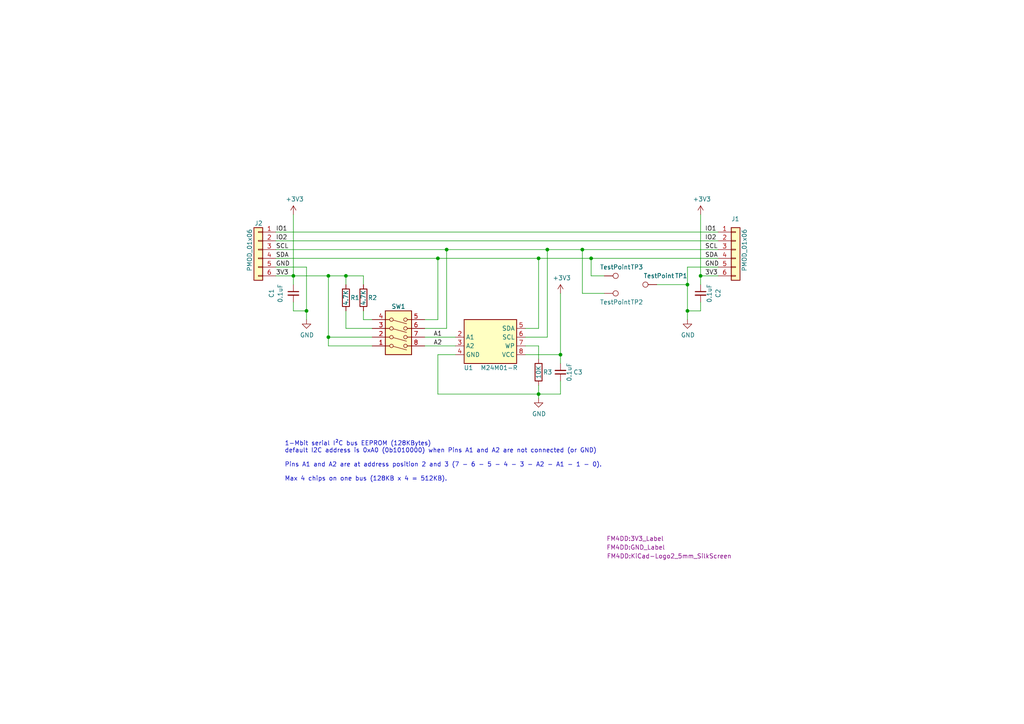
<source format=kicad_sch>
(kicad_sch (version 20230121) (generator eeschema)

  (uuid 28b3940f-64ed-4b69-a788-5080e3568930)

  (paper "A4")

  (title_block
    (title "1MBIT EEPROM PMOD")
    (date "2021-09-05")
    (rev "V1.0")
    (company "FM4DD")
    (comment 1 "2021 (C) FM4DD")
    (comment 2 "STMicroelectronics M24M01-R")
    (comment 3 "License: CC-BY-SA 4.0")
  )

  (lib_symbols
    (symbol "Connector:TestPoint" (pin_numbers hide) (pin_names (offset 0.762) hide) (in_bom yes) (on_board yes)
      (property "Reference" "TP" (at 0 6.858 0)
        (effects (font (size 1.27 1.27)))
      )
      (property "Value" "TestPoint" (at 0 5.08 0)
        (effects (font (size 1.27 1.27)))
      )
      (property "Footprint" "" (at 5.08 0 0)
        (effects (font (size 1.27 1.27)) hide)
      )
      (property "Datasheet" "~" (at 5.08 0 0)
        (effects (font (size 1.27 1.27)) hide)
      )
      (property "ki_keywords" "test point tp" (at 0 0 0)
        (effects (font (size 1.27 1.27)) hide)
      )
      (property "ki_description" "test point" (at 0 0 0)
        (effects (font (size 1.27 1.27)) hide)
      )
      (property "ki_fp_filters" "Pin* Test*" (at 0 0 0)
        (effects (font (size 1.27 1.27)) hide)
      )
      (symbol "TestPoint_0_1"
        (circle (center 0 3.302) (radius 0.762)
          (stroke (width 0) (type default))
          (fill (type none))
        )
      )
      (symbol "TestPoint_1_1"
        (pin passive line (at 0 0 90) (length 2.54)
          (name "1" (effects (font (size 1.27 1.27))))
          (number "1" (effects (font (size 1.27 1.27))))
        )
      )
    )
    (symbol "Connector_Generic:Conn_01x06" (pin_names (offset 1.016) hide) (in_bom yes) (on_board yes)
      (property "Reference" "J" (at 0 7.62 0)
        (effects (font (size 1.27 1.27)))
      )
      (property "Value" "Conn_01x06" (at 0 -10.16 0)
        (effects (font (size 1.27 1.27)))
      )
      (property "Footprint" "" (at 0 0 0)
        (effects (font (size 1.27 1.27)) hide)
      )
      (property "Datasheet" "~" (at 0 0 0)
        (effects (font (size 1.27 1.27)) hide)
      )
      (property "ki_keywords" "connector" (at 0 0 0)
        (effects (font (size 1.27 1.27)) hide)
      )
      (property "ki_description" "Generic connector, single row, 01x06, script generated (kicad-library-utils/schlib/autogen/connector/)" (at 0 0 0)
        (effects (font (size 1.27 1.27)) hide)
      )
      (property "ki_fp_filters" "Connector*:*_1x??_*" (at 0 0 0)
        (effects (font (size 1.27 1.27)) hide)
      )
      (symbol "Conn_01x06_1_1"
        (rectangle (start -1.27 -7.493) (end 0 -7.747)
          (stroke (width 0.1524) (type default))
          (fill (type none))
        )
        (rectangle (start -1.27 -4.953) (end 0 -5.207)
          (stroke (width 0.1524) (type default))
          (fill (type none))
        )
        (rectangle (start -1.27 -2.413) (end 0 -2.667)
          (stroke (width 0.1524) (type default))
          (fill (type none))
        )
        (rectangle (start -1.27 0.127) (end 0 -0.127)
          (stroke (width 0.1524) (type default))
          (fill (type none))
        )
        (rectangle (start -1.27 2.667) (end 0 2.413)
          (stroke (width 0.1524) (type default))
          (fill (type none))
        )
        (rectangle (start -1.27 5.207) (end 0 4.953)
          (stroke (width 0.1524) (type default))
          (fill (type none))
        )
        (rectangle (start -1.27 6.35) (end 1.27 -8.89)
          (stroke (width 0.254) (type default))
          (fill (type background))
        )
        (pin passive line (at -5.08 5.08 0) (length 3.81)
          (name "Pin_1" (effects (font (size 1.27 1.27))))
          (number "1" (effects (font (size 1.27 1.27))))
        )
        (pin passive line (at -5.08 2.54 0) (length 3.81)
          (name "Pin_2" (effects (font (size 1.27 1.27))))
          (number "2" (effects (font (size 1.27 1.27))))
        )
        (pin passive line (at -5.08 0 0) (length 3.81)
          (name "Pin_3" (effects (font (size 1.27 1.27))))
          (number "3" (effects (font (size 1.27 1.27))))
        )
        (pin passive line (at -5.08 -2.54 0) (length 3.81)
          (name "Pin_4" (effects (font (size 1.27 1.27))))
          (number "4" (effects (font (size 1.27 1.27))))
        )
        (pin passive line (at -5.08 -5.08 0) (length 3.81)
          (name "Pin_5" (effects (font (size 1.27 1.27))))
          (number "5" (effects (font (size 1.27 1.27))))
        )
        (pin passive line (at -5.08 -7.62 0) (length 3.81)
          (name "Pin_6" (effects (font (size 1.27 1.27))))
          (number "6" (effects (font (size 1.27 1.27))))
        )
      )
    )
    (symbol "Device:C_Small" (pin_numbers hide) (pin_names (offset 0.254) hide) (in_bom yes) (on_board yes)
      (property "Reference" "C" (at 0.254 1.778 0)
        (effects (font (size 1.27 1.27)) (justify left))
      )
      (property "Value" "C_Small" (at 0.254 -2.032 0)
        (effects (font (size 1.27 1.27)) (justify left))
      )
      (property "Footprint" "" (at 0 0 0)
        (effects (font (size 1.27 1.27)) hide)
      )
      (property "Datasheet" "~" (at 0 0 0)
        (effects (font (size 1.27 1.27)) hide)
      )
      (property "ki_keywords" "capacitor cap" (at 0 0 0)
        (effects (font (size 1.27 1.27)) hide)
      )
      (property "ki_description" "Unpolarized capacitor, small symbol" (at 0 0 0)
        (effects (font (size 1.27 1.27)) hide)
      )
      (property "ki_fp_filters" "C_*" (at 0 0 0)
        (effects (font (size 1.27 1.27)) hide)
      )
      (symbol "C_Small_0_1"
        (polyline
          (pts
            (xy -1.524 -0.508)
            (xy 1.524 -0.508)
          )
          (stroke (width 0.3302) (type default))
          (fill (type none))
        )
        (polyline
          (pts
            (xy -1.524 0.508)
            (xy 1.524 0.508)
          )
          (stroke (width 0.3048) (type default))
          (fill (type none))
        )
      )
      (symbol "C_Small_1_1"
        (pin passive line (at 0 2.54 270) (length 2.032)
          (name "~" (effects (font (size 1.27 1.27))))
          (number "1" (effects (font (size 1.27 1.27))))
        )
        (pin passive line (at 0 -2.54 90) (length 2.032)
          (name "~" (effects (font (size 1.27 1.27))))
          (number "2" (effects (font (size 1.27 1.27))))
        )
      )
    )
    (symbol "Device:R" (pin_numbers hide) (pin_names (offset 0)) (in_bom yes) (on_board yes)
      (property "Reference" "R" (at 2.032 0 90)
        (effects (font (size 1.27 1.27)))
      )
      (property "Value" "R" (at 0 0 90)
        (effects (font (size 1.27 1.27)))
      )
      (property "Footprint" "" (at -1.778 0 90)
        (effects (font (size 1.27 1.27)) hide)
      )
      (property "Datasheet" "~" (at 0 0 0)
        (effects (font (size 1.27 1.27)) hide)
      )
      (property "ki_keywords" "R res resistor" (at 0 0 0)
        (effects (font (size 1.27 1.27)) hide)
      )
      (property "ki_description" "Resistor" (at 0 0 0)
        (effects (font (size 1.27 1.27)) hide)
      )
      (property "ki_fp_filters" "R_*" (at 0 0 0)
        (effects (font (size 1.27 1.27)) hide)
      )
      (symbol "R_0_1"
        (rectangle (start -1.016 -2.54) (end 1.016 2.54)
          (stroke (width 0.254) (type default))
          (fill (type none))
        )
      )
      (symbol "R_1_1"
        (pin passive line (at 0 3.81 270) (length 1.27)
          (name "~" (effects (font (size 1.27 1.27))))
          (number "1" (effects (font (size 1.27 1.27))))
        )
        (pin passive line (at 0 -3.81 90) (length 1.27)
          (name "~" (effects (font (size 1.27 1.27))))
          (number "2" (effects (font (size 1.27 1.27))))
        )
      )
    )
    (symbol "FM4DD:Logo_KiCad_5mm" (pin_names (offset 1.016)) (in_bom yes) (on_board yes)
      (property "Reference" "LB" (at 0 0 0)
        (effects (font (size 1.27 1.27)) hide)
      )
      (property "Value" "Logo_KiCad_5mm" (at 0 0 0)
        (effects (font (size 1.27 1.27)))
      )
      (property "Footprint" "FM4DD:Logo_KiCad_5mm_SScr" (at 0 0 0)
        (effects (font (size 1.27 1.27)) hide)
      )
      (property "Datasheet" "" (at 0 0 0)
        (effects (font (size 1.27 1.27)) hide)
      )
      (property "ki_description" "KiCad Logo with text removed" (at 0 0 0)
        (effects (font (size 1.27 1.27)) hide)
      )
    )
    (symbol "FM4DD:M24M01-R" (in_bom yes) (on_board yes)
      (property "Reference" "U" (at -1.27 8.89 0)
        (effects (font (size 1.27 1.27)))
      )
      (property "Value" "M24M01-R" (at 0 6.35 0)
        (effects (font (size 1.27 1.27)))
      )
      (property "Footprint" "Package_SO:SOIC-8_3.9x4.9mm_P1.27mm" (at 2.54 -8.89 0)
        (effects (font (size 1.27 1.27)) hide)
      )
      (property "Datasheet" "https://www.st.com/resource/en/datasheet/m24m01-df.pdf" (at 0 0 0)
        (effects (font (size 1.27 1.27)) hide)
      )
      (property "ki_keywords" "EEPROM 1Mb I2C" (at 0 0 0)
        (effects (font (size 1.27 1.27)) hide)
      )
      (property "ki_description" "1 Mb I2C-bus Serial EEPROM, SOIC-8 SOIC-8_3.9x4.9x1.27P" (at 0 0 0)
        (effects (font (size 1.27 1.27)) hide)
      )
      (property "ki_fp_filters" "SOIC*3.9x4.9mm*P1.27mm*" (at 0 0 0)
        (effects (font (size 1.27 1.27)) hide)
      )
      (symbol "M24M01-R_1_1"
        (rectangle (start -7.62 5.08) (end 7.62 -7.62)
          (stroke (width 0.254) (type default))
          (fill (type background))
        )
        (pin no_connect line (at -10.16 2.54 0) (length 2.54) hide
          (name "NC" (effects (font (size 1.27 1.27))))
          (number "1" (effects (font (size 1.27 1.27))))
        )
        (pin input line (at -10.16 0 0) (length 2.54)
          (name "A1" (effects (font (size 1.27 1.27))))
          (number "2" (effects (font (size 1.27 1.27))))
        )
        (pin input line (at -10.16 -2.54 0) (length 2.54)
          (name "A2" (effects (font (size 1.27 1.27))))
          (number "3" (effects (font (size 1.27 1.27))))
        )
        (pin power_in line (at -10.16 -5.08 0) (length 2.54)
          (name "GND" (effects (font (size 1.27 1.27))))
          (number "4" (effects (font (size 1.27 1.27))))
        )
        (pin bidirectional line (at 10.16 2.54 180) (length 2.54)
          (name "SDA" (effects (font (size 1.27 1.27))))
          (number "5" (effects (font (size 1.27 1.27))))
        )
        (pin input line (at 10.16 0 180) (length 2.54)
          (name "SCL" (effects (font (size 1.27 1.27))))
          (number "6" (effects (font (size 1.27 1.27))))
        )
        (pin input line (at 10.16 -2.54 180) (length 2.54)
          (name "WP" (effects (font (size 1.27 1.27))))
          (number "7" (effects (font (size 1.27 1.27))))
        )
        (pin power_in line (at 10.16 -5.08 180) (length 2.54)
          (name "VCC" (effects (font (size 1.27 1.27))))
          (number "8" (effects (font (size 1.27 1.27))))
        )
      )
    )
    (symbol "Switch:SW_DIP_x04" (pin_names (offset 0) hide) (in_bom yes) (on_board yes)
      (property "Reference" "SW" (at 0 8.89 0)
        (effects (font (size 1.27 1.27)))
      )
      (property "Value" "SW_DIP_x04" (at 0 -6.35 0)
        (effects (font (size 1.27 1.27)))
      )
      (property "Footprint" "" (at 0 0 0)
        (effects (font (size 1.27 1.27)) hide)
      )
      (property "Datasheet" "~" (at 0 0 0)
        (effects (font (size 1.27 1.27)) hide)
      )
      (property "ki_keywords" "dip switch" (at 0 0 0)
        (effects (font (size 1.27 1.27)) hide)
      )
      (property "ki_description" "4x DIP Switch, Single Pole Single Throw (SPST) switch, small symbol" (at 0 0 0)
        (effects (font (size 1.27 1.27)) hide)
      )
      (property "ki_fp_filters" "SW?DIP?x4*" (at 0 0 0)
        (effects (font (size 1.27 1.27)) hide)
      )
      (symbol "SW_DIP_x04_0_0"
        (circle (center -2.032 -2.54) (radius 0.508)
          (stroke (width 0) (type default))
          (fill (type none))
        )
        (circle (center -2.032 0) (radius 0.508)
          (stroke (width 0) (type default))
          (fill (type none))
        )
        (circle (center -2.032 2.54) (radius 0.508)
          (stroke (width 0) (type default))
          (fill (type none))
        )
        (circle (center -2.032 5.08) (radius 0.508)
          (stroke (width 0) (type default))
          (fill (type none))
        )
        (polyline
          (pts
            (xy -1.524 -2.3876)
            (xy 2.3622 -1.3462)
          )
          (stroke (width 0) (type default))
          (fill (type none))
        )
        (polyline
          (pts
            (xy -1.524 0.127)
            (xy 2.3622 1.1684)
          )
          (stroke (width 0) (type default))
          (fill (type none))
        )
        (polyline
          (pts
            (xy -1.524 2.667)
            (xy 2.3622 3.7084)
          )
          (stroke (width 0) (type default))
          (fill (type none))
        )
        (polyline
          (pts
            (xy -1.524 5.207)
            (xy 2.3622 6.2484)
          )
          (stroke (width 0) (type default))
          (fill (type none))
        )
        (circle (center 2.032 -2.54) (radius 0.508)
          (stroke (width 0) (type default))
          (fill (type none))
        )
        (circle (center 2.032 0) (radius 0.508)
          (stroke (width 0) (type default))
          (fill (type none))
        )
        (circle (center 2.032 2.54) (radius 0.508)
          (stroke (width 0) (type default))
          (fill (type none))
        )
        (circle (center 2.032 5.08) (radius 0.508)
          (stroke (width 0) (type default))
          (fill (type none))
        )
      )
      (symbol "SW_DIP_x04_0_1"
        (rectangle (start -3.81 7.62) (end 3.81 -5.08)
          (stroke (width 0.254) (type default))
          (fill (type background))
        )
      )
      (symbol "SW_DIP_x04_1_1"
        (pin passive line (at -7.62 5.08 0) (length 5.08)
          (name "~" (effects (font (size 1.27 1.27))))
          (number "1" (effects (font (size 1.27 1.27))))
        )
        (pin passive line (at -7.62 2.54 0) (length 5.08)
          (name "~" (effects (font (size 1.27 1.27))))
          (number "2" (effects (font (size 1.27 1.27))))
        )
        (pin passive line (at -7.62 0 0) (length 5.08)
          (name "~" (effects (font (size 1.27 1.27))))
          (number "3" (effects (font (size 1.27 1.27))))
        )
        (pin passive line (at -7.62 -2.54 0) (length 5.08)
          (name "~" (effects (font (size 1.27 1.27))))
          (number "4" (effects (font (size 1.27 1.27))))
        )
        (pin passive line (at 7.62 -2.54 180) (length 5.08)
          (name "~" (effects (font (size 1.27 1.27))))
          (number "5" (effects (font (size 1.27 1.27))))
        )
        (pin passive line (at 7.62 0 180) (length 5.08)
          (name "~" (effects (font (size 1.27 1.27))))
          (number "6" (effects (font (size 1.27 1.27))))
        )
        (pin passive line (at 7.62 2.54 180) (length 5.08)
          (name "~" (effects (font (size 1.27 1.27))))
          (number "7" (effects (font (size 1.27 1.27))))
        )
        (pin passive line (at 7.62 5.08 180) (length 5.08)
          (name "~" (effects (font (size 1.27 1.27))))
          (number "8" (effects (font (size 1.27 1.27))))
        )
      )
    )
    (symbol "eeprom-rescue:3V3_Label-FM4DD" (pin_numbers hide) (pin_names (offset 0) hide) (in_bom yes) (on_board yes)
      (property "Reference" "L" (at 0 0 0)
        (effects (font (size 1.27 1.27)) hide)
      )
      (property "Value" "FM4DD_3V3_Label" (at 0 0 0)
        (effects (font (size 1.27 1.27)) hide)
      )
      (property "Footprint" "FM4DD:3V3_Label" (at 0 0 0)
        (effects (font (size 1.27 1.27)))
      )
      (property "Datasheet" "" (at 0 0 0)
        (effects (font (size 1.27 1.27)) hide)
      )
    )
    (symbol "eeprom-rescue:GND_Label-FM4DD" (pin_numbers hide) (pin_names (offset 0) hide) (in_bom yes) (on_board yes)
      (property "Reference" "L" (at 0 0 0)
        (effects (font (size 1.27 1.27)) hide)
      )
      (property "Value" "FM4DD_GND_Label" (at 0 0 0)
        (effects (font (size 1.27 1.27)) hide)
      )
      (property "Footprint" "FM4DD:GND_Label" (at 0 0 0)
        (effects (font (size 1.27 1.27)))
      )
      (property "Datasheet" "" (at 0 0 0)
        (effects (font (size 1.27 1.27)) hide)
      )
    )
    (symbol "power:+3V3" (power) (pin_names (offset 0)) (in_bom yes) (on_board yes)
      (property "Reference" "#PWR" (at 0 -3.81 0)
        (effects (font (size 1.27 1.27)) hide)
      )
      (property "Value" "+3V3" (at 0 3.556 0)
        (effects (font (size 1.27 1.27)))
      )
      (property "Footprint" "" (at 0 0 0)
        (effects (font (size 1.27 1.27)) hide)
      )
      (property "Datasheet" "" (at 0 0 0)
        (effects (font (size 1.27 1.27)) hide)
      )
      (property "ki_keywords" "global power" (at 0 0 0)
        (effects (font (size 1.27 1.27)) hide)
      )
      (property "ki_description" "Power symbol creates a global label with name \"+3V3\"" (at 0 0 0)
        (effects (font (size 1.27 1.27)) hide)
      )
      (symbol "+3V3_0_1"
        (polyline
          (pts
            (xy -0.762 1.27)
            (xy 0 2.54)
          )
          (stroke (width 0) (type default))
          (fill (type none))
        )
        (polyline
          (pts
            (xy 0 0)
            (xy 0 2.54)
          )
          (stroke (width 0) (type default))
          (fill (type none))
        )
        (polyline
          (pts
            (xy 0 2.54)
            (xy 0.762 1.27)
          )
          (stroke (width 0) (type default))
          (fill (type none))
        )
      )
      (symbol "+3V3_1_1"
        (pin power_in line (at 0 0 90) (length 0) hide
          (name "+3V3" (effects (font (size 1.27 1.27))))
          (number "1" (effects (font (size 1.27 1.27))))
        )
      )
    )
    (symbol "power:GND" (power) (pin_names (offset 0)) (in_bom yes) (on_board yes)
      (property "Reference" "#PWR" (at 0 -6.35 0)
        (effects (font (size 1.27 1.27)) hide)
      )
      (property "Value" "GND" (at 0 -3.81 0)
        (effects (font (size 1.27 1.27)))
      )
      (property "Footprint" "" (at 0 0 0)
        (effects (font (size 1.27 1.27)) hide)
      )
      (property "Datasheet" "" (at 0 0 0)
        (effects (font (size 1.27 1.27)) hide)
      )
      (property "ki_keywords" "global power" (at 0 0 0)
        (effects (font (size 1.27 1.27)) hide)
      )
      (property "ki_description" "Power symbol creates a global label with name \"GND\" , ground" (at 0 0 0)
        (effects (font (size 1.27 1.27)) hide)
      )
      (symbol "GND_0_1"
        (polyline
          (pts
            (xy 0 0)
            (xy 0 -1.27)
            (xy 1.27 -1.27)
            (xy 0 -2.54)
            (xy -1.27 -1.27)
            (xy 0 -1.27)
          )
          (stroke (width 0) (type default))
          (fill (type none))
        )
      )
      (symbol "GND_1_1"
        (pin power_in line (at 0 0 270) (length 0) hide
          (name "GND" (effects (font (size 1.27 1.27))))
          (number "1" (effects (font (size 1.27 1.27))))
        )
      )
    )
  )

  (junction (at 168.91 72.39) (diameter 0) (color 0 0 0 0)
    (uuid 232bb37e-99ef-4839-b93d-134003e7c8db)
  )
  (junction (at 100.33 80.01) (diameter 0) (color 0 0 0 0)
    (uuid 2d0c6397-382a-453c-ad1b-8e3e11952442)
  )
  (junction (at 156.21 74.93) (diameter 0) (color 0 0 0 0)
    (uuid 50dfc030-a22f-4baf-a898-4171bb803ca4)
  )
  (junction (at 156.21 114.3) (diameter 0) (color 0 0 0 0)
    (uuid 6122bb65-c123-4ee9-b3e2-3508d65d41fc)
  )
  (junction (at 171.45 74.93) (diameter 0) (color 0 0 0 0)
    (uuid 6c276cee-2444-4431-9995-d237c813095c)
  )
  (junction (at 127 74.93) (diameter 0) (color 0 0 0 0)
    (uuid 6d5e1897-9089-4e05-b1bc-faa20093272e)
  )
  (junction (at 162.56 102.87) (diameter 0) (color 0 0 0 0)
    (uuid 6f393130-6b2b-4005-9cd6-c7cb6296fbc2)
  )
  (junction (at 199.39 90.17) (diameter 0) (color 0 0 0 0)
    (uuid 7f8fe326-8038-4d77-9134-141b443931dc)
  )
  (junction (at 95.25 97.79) (diameter 0) (color 0 0 0 0)
    (uuid 84befec5-b7d7-49f5-8a01-29d16bfabeed)
  )
  (junction (at 203.2 80.01) (diameter 0) (color 0 0 0 0)
    (uuid 8d9e348a-4777-409a-8d32-dac1aeb3acf2)
  )
  (junction (at 158.75 72.39) (diameter 0) (color 0 0 0 0)
    (uuid a4e4b571-5cd7-4f99-9076-4f9a3e65dd36)
  )
  (junction (at 85.09 80.01) (diameter 0) (color 0 0 0 0)
    (uuid c05972a3-d0a7-4fd0-8618-b88de1224851)
  )
  (junction (at 95.25 80.01) (diameter 0) (color 0 0 0 0)
    (uuid d1dc4cdb-b942-4945-a320-08ab31b872aa)
  )
  (junction (at 88.9 90.17) (diameter 0) (color 0 0 0 0)
    (uuid f12fe594-576c-4150-a0d7-4985316dc662)
  )
  (junction (at 129.54 72.39) (diameter 0) (color 0 0 0 0)
    (uuid f7704e05-6f2f-42b8-820a-79f9efe5969d)
  )
  (junction (at 199.39 82.55) (diameter 0) (color 0 0 0 0)
    (uuid f829d047-c517-4c0c-b40a-5e03a142c1f8)
  )

  (wire (pts (xy 168.91 72.39) (xy 208.28 72.39))
    (stroke (width 0) (type default))
    (uuid 00b6c706-337b-4bf3-a3b3-947d18873ad5)
  )
  (wire (pts (xy 156.21 95.25) (xy 156.21 74.93))
    (stroke (width 0) (type default))
    (uuid 03089dae-7946-403a-9002-37618d32d1c9)
  )
  (wire (pts (xy 80.01 69.85) (xy 208.28 69.85))
    (stroke (width 0) (type default))
    (uuid 0e48f312-5b8b-449b-9310-1692ec898a56)
  )
  (wire (pts (xy 129.54 95.25) (xy 129.54 72.39))
    (stroke (width 0) (type default))
    (uuid 12e99079-42dd-4357-a22b-50ebadacc511)
  )
  (wire (pts (xy 152.4 95.25) (xy 156.21 95.25))
    (stroke (width 0) (type default))
    (uuid 148df434-4a96-402c-a3cb-a18b99662ebe)
  )
  (wire (pts (xy 105.41 80.01) (xy 100.33 80.01))
    (stroke (width 0) (type default))
    (uuid 1780ffd6-cd67-4dbf-a149-8e75d6b2af7a)
  )
  (wire (pts (xy 152.4 97.79) (xy 158.75 97.79))
    (stroke (width 0) (type default))
    (uuid 1d3b24e8-da6d-4b43-b06c-d2b785bc37d3)
  )
  (wire (pts (xy 105.41 82.55) (xy 105.41 80.01))
    (stroke (width 0) (type default))
    (uuid 1e651658-34b9-459b-97be-225e6f74b293)
  )
  (wire (pts (xy 100.33 90.17) (xy 100.33 95.25))
    (stroke (width 0) (type default))
    (uuid 29d7871c-4233-4216-a7af-5c321689cbd0)
  )
  (wire (pts (xy 162.56 102.87) (xy 162.56 85.09))
    (stroke (width 0) (type default))
    (uuid 29f5db6e-234d-485c-9316-06f145aeba19)
  )
  (wire (pts (xy 123.19 95.25) (xy 129.54 95.25))
    (stroke (width 0) (type default))
    (uuid 2a28c2fe-c0bd-4842-bea1-32e9f6e2b43f)
  )
  (wire (pts (xy 158.75 72.39) (xy 168.91 72.39))
    (stroke (width 0) (type default))
    (uuid 2bcbfae0-1e0d-4553-af80-8a41665a9b21)
  )
  (wire (pts (xy 203.2 87.63) (xy 203.2 90.17))
    (stroke (width 0) (type default))
    (uuid 2c7ef5c1-2c73-4c6a-b23b-0833f2a2d2fc)
  )
  (wire (pts (xy 127 102.87) (xy 127 114.3))
    (stroke (width 0) (type default))
    (uuid 35d1ece9-7058-4980-a952-5f5d06db40d7)
  )
  (wire (pts (xy 123.19 92.71) (xy 127 92.71))
    (stroke (width 0) (type default))
    (uuid 3ca7594b-12c6-4edc-be50-222b8d2a7141)
  )
  (wire (pts (xy 208.28 80.01) (xy 203.2 80.01))
    (stroke (width 0) (type default))
    (uuid 3ceaec28-6c09-4b94-9253-4c3c69a7ee64)
  )
  (wire (pts (xy 132.08 102.87) (xy 127 102.87))
    (stroke (width 0) (type default))
    (uuid 457fa63d-7253-45b6-a69b-df9c2274836a)
  )
  (wire (pts (xy 168.91 72.39) (xy 168.91 85.09))
    (stroke (width 0) (type default))
    (uuid 45f51fa6-50d4-409d-946e-e98ca1fdcec6)
  )
  (wire (pts (xy 100.33 82.55) (xy 100.33 80.01))
    (stroke (width 0) (type default))
    (uuid 4956752b-4826-4505-9e4b-8baac77fb7a8)
  )
  (wire (pts (xy 152.4 102.87) (xy 162.56 102.87))
    (stroke (width 0) (type default))
    (uuid 49eaf879-9b07-45d8-9ccc-3e3f8318da37)
  )
  (wire (pts (xy 208.28 67.31) (xy 80.01 67.31))
    (stroke (width 0) (type default))
    (uuid 4ed8ad48-f852-441c-82be-2d1075ed7270)
  )
  (wire (pts (xy 80.01 77.47) (xy 88.9 77.47))
    (stroke (width 0) (type default))
    (uuid 58610fa1-3ff5-4339-8e68-d410262055e3)
  )
  (wire (pts (xy 105.41 90.17) (xy 105.41 92.71))
    (stroke (width 0) (type default))
    (uuid 5bb0fc6d-d51e-41ce-92a0-32ea029860ab)
  )
  (wire (pts (xy 156.21 111.76) (xy 156.21 114.3))
    (stroke (width 0) (type default))
    (uuid 5cdc4e06-ef82-4158-944d-8264d153c68d)
  )
  (wire (pts (xy 95.25 100.33) (xy 95.25 97.79))
    (stroke (width 0) (type default))
    (uuid 693f1515-2763-4963-864a-dacf09787893)
  )
  (wire (pts (xy 168.91 85.09) (xy 175.26 85.09))
    (stroke (width 0) (type default))
    (uuid 6c244075-a5a0-4777-893b-dbb67c79567d)
  )
  (wire (pts (xy 199.39 82.55) (xy 199.39 90.17))
    (stroke (width 0) (type default))
    (uuid 73f1db70-122f-42ee-957a-aa6236d61bb3)
  )
  (wire (pts (xy 127 74.93) (xy 156.21 74.93))
    (stroke (width 0) (type default))
    (uuid 78640b64-a706-4b8f-b15c-71de58a42402)
  )
  (wire (pts (xy 162.56 102.87) (xy 162.56 105.41))
    (stroke (width 0) (type default))
    (uuid 81288951-1ccd-45eb-9b0a-ffccf344dfee)
  )
  (wire (pts (xy 85.09 80.01) (xy 85.09 62.23))
    (stroke (width 0) (type default))
    (uuid 85dabbc1-2127-4992-87a5-b8945a707083)
  )
  (wire (pts (xy 95.25 80.01) (xy 100.33 80.01))
    (stroke (width 0) (type default))
    (uuid 868dc92a-9a18-4756-99fe-cf1e26096f6b)
  )
  (wire (pts (xy 80.01 74.93) (xy 127 74.93))
    (stroke (width 0) (type default))
    (uuid 885fad5c-bd55-4799-82bc-4430d5b7b958)
  )
  (wire (pts (xy 199.39 90.17) (xy 199.39 92.71))
    (stroke (width 0) (type default))
    (uuid 8945bb95-2831-47ce-af03-a4acc50af569)
  )
  (wire (pts (xy 85.09 87.63) (xy 85.09 90.17))
    (stroke (width 0) (type default))
    (uuid 8ba1868d-0857-41fe-9dd0-a00069673dc2)
  )
  (wire (pts (xy 156.21 104.14) (xy 156.21 100.33))
    (stroke (width 0) (type default))
    (uuid 8bda03e9-41b8-4619-85f9-2df209d5b6b2)
  )
  (wire (pts (xy 156.21 114.3) (xy 127 114.3))
    (stroke (width 0) (type default))
    (uuid 933be6ca-9c7c-4955-8621-c75a333073df)
  )
  (wire (pts (xy 85.09 80.01) (xy 95.25 80.01))
    (stroke (width 0) (type default))
    (uuid 97980d91-afa4-4986-996f-6f6bff429cdb)
  )
  (wire (pts (xy 171.45 74.93) (xy 208.28 74.93))
    (stroke (width 0) (type default))
    (uuid 9e1e3688-2dd5-4428-b3e1-bd84b540216a)
  )
  (wire (pts (xy 156.21 114.3) (xy 162.56 114.3))
    (stroke (width 0) (type default))
    (uuid 9fcd3917-150e-4477-9c08-9c9fd217d6ec)
  )
  (wire (pts (xy 208.28 77.47) (xy 199.39 77.47))
    (stroke (width 0) (type default))
    (uuid a20ef77c-8f38-4e5a-bc25-f293fcd9a853)
  )
  (wire (pts (xy 88.9 90.17) (xy 88.9 92.71))
    (stroke (width 0) (type default))
    (uuid a94ec4e7-bfa4-4c23-81e4-2f6c10020561)
  )
  (wire (pts (xy 129.54 72.39) (xy 158.75 72.39))
    (stroke (width 0) (type default))
    (uuid aae27e51-2d39-4b35-8740-eb7107221034)
  )
  (wire (pts (xy 95.25 97.79) (xy 107.95 97.79))
    (stroke (width 0) (type default))
    (uuid ab000d42-3102-42a8-b30a-cfa0631a483a)
  )
  (wire (pts (xy 107.95 95.25) (xy 100.33 95.25))
    (stroke (width 0) (type default))
    (uuid b44200fd-81c5-412f-8def-e9ff1b6d82ff)
  )
  (wire (pts (xy 80.01 80.01) (xy 85.09 80.01))
    (stroke (width 0) (type default))
    (uuid b45f1edb-643c-4acb-893a-af47ee298dcc)
  )
  (wire (pts (xy 95.25 80.01) (xy 95.25 97.79))
    (stroke (width 0) (type default))
    (uuid b50887bd-6358-4b36-ab62-13fe43fc47c2)
  )
  (wire (pts (xy 203.2 80.01) (xy 203.2 62.23))
    (stroke (width 0) (type default))
    (uuid b562d908-0385-41ae-b029-7ca29e1a812a)
  )
  (wire (pts (xy 127 92.71) (xy 127 74.93))
    (stroke (width 0) (type default))
    (uuid b852726b-2115-49f1-8a7f-94ca65700124)
  )
  (wire (pts (xy 156.21 114.3) (xy 156.21 115.57))
    (stroke (width 0) (type default))
    (uuid baee7f18-b1d0-413f-8da1-c2fad4620590)
  )
  (wire (pts (xy 199.39 77.47) (xy 199.39 82.55))
    (stroke (width 0) (type default))
    (uuid be879cc2-530b-4840-9d63-78a3820b26db)
  )
  (wire (pts (xy 123.19 100.33) (xy 132.08 100.33))
    (stroke (width 0) (type default))
    (uuid c63aac68-a990-4bdc-bdf3-422f1206acec)
  )
  (wire (pts (xy 162.56 110.49) (xy 162.56 114.3))
    (stroke (width 0) (type default))
    (uuid c6dd56e0-88ac-439c-b962-5698bef51d9c)
  )
  (wire (pts (xy 107.95 92.71) (xy 105.41 92.71))
    (stroke (width 0) (type default))
    (uuid c85a40bb-959a-4464-85cf-4ada0ee04d16)
  )
  (wire (pts (xy 171.45 80.01) (xy 171.45 74.93))
    (stroke (width 0) (type default))
    (uuid c8ca245e-aa77-45c7-8c9d-8e50300cb4de)
  )
  (wire (pts (xy 95.25 100.33) (xy 107.95 100.33))
    (stroke (width 0) (type default))
    (uuid ca101a6e-e2d2-454e-949f-3b2b8d073518)
  )
  (wire (pts (xy 85.09 80.01) (xy 85.09 82.55))
    (stroke (width 0) (type default))
    (uuid cd58140c-456f-4e93-b426-5993daf33983)
  )
  (wire (pts (xy 123.19 97.79) (xy 132.08 97.79))
    (stroke (width 0) (type default))
    (uuid dd061c9f-22f4-4c14-97a0-1143c836f4d2)
  )
  (wire (pts (xy 203.2 90.17) (xy 199.39 90.17))
    (stroke (width 0) (type default))
    (uuid df5de48e-ab6c-4fbf-9660-865391613c8c)
  )
  (wire (pts (xy 88.9 77.47) (xy 88.9 90.17))
    (stroke (width 0) (type default))
    (uuid e47e2b77-9b61-4a81-ba7f-fe09dbbca31c)
  )
  (wire (pts (xy 156.21 74.93) (xy 171.45 74.93))
    (stroke (width 0) (type default))
    (uuid e8f95742-f3c3-4a5f-b6cc-f6ff33c33479)
  )
  (wire (pts (xy 80.01 72.39) (xy 129.54 72.39))
    (stroke (width 0) (type default))
    (uuid ec49e317-e698-4d2d-9b01-25db91f67cef)
  )
  (wire (pts (xy 158.75 97.79) (xy 158.75 72.39))
    (stroke (width 0) (type default))
    (uuid efbeacea-683f-4f6b-b710-96a16db0764e)
  )
  (wire (pts (xy 85.09 90.17) (xy 88.9 90.17))
    (stroke (width 0) (type default))
    (uuid f07c70c9-db27-4683-86c7-3ff368cf2172)
  )
  (wire (pts (xy 175.26 80.01) (xy 171.45 80.01))
    (stroke (width 0) (type default))
    (uuid f9b33057-bb13-4c4f-a6be-ee6cd1977160)
  )
  (wire (pts (xy 203.2 80.01) (xy 203.2 82.55))
    (stroke (width 0) (type default))
    (uuid fc593adb-cd34-4c10-aa10-9495b2ab2e47)
  )
  (wire (pts (xy 190.5 82.55) (xy 199.39 82.55))
    (stroke (width 0) (type default))
    (uuid fe5e9ec8-d6e3-4333-bafa-8e2ad88f3c4a)
  )
  (wire (pts (xy 152.4 100.33) (xy 156.21 100.33))
    (stroke (width 0) (type default))
    (uuid ff7cc9d0-0cb7-4241-86c5-7d02044723d6)
  )

  (text "1-Mbit serial I²C bus EEPROM (128KBytes)\ndefault I2C address is 0xA0 (0b1010000) when Pins A1 and A2 are not connected (or GND)\n\nPins A1 and A2 are at address position 2 and 3 (7 - 6 - 5 - 4 - 3 - A2 - A1 - 1 - 0).\n\nMax 4 chips on one bus (128KB x 4 = 512KB)."
    (at 82.55 139.7 0)
    (effects (font (size 1.27 1.27)) (justify left bottom))
    (uuid 35fd175a-72c0-496c-a870-113b55c2406e)
  )

  (label "SCL" (at 204.47 72.39 0)
    (effects (font (size 1.27 1.27)) (justify left bottom))
    (uuid 0214e03c-7d4b-4ebb-ac84-576583c6cab0)
  )
  (label "SDA" (at 204.47 74.93 0)
    (effects (font (size 1.27 1.27)) (justify left bottom))
    (uuid 0cd5548b-ae18-4d86-bf0e-892c6829330c)
  )
  (label "A1" (at 125.73 97.79 0)
    (effects (font (size 1.27 1.27)) (justify left bottom))
    (uuid 0e059ce5-3d8f-458e-aa4a-844b27ca4aa6)
  )
  (label "GND" (at 204.47 77.47 0)
    (effects (font (size 1.27 1.27)) (justify left bottom))
    (uuid 264da573-7259-44a6-a6d4-89261e830147)
  )
  (label "IO2" (at 204.47 69.85 0)
    (effects (font (size 1.27 1.27)) (justify left bottom))
    (uuid 32032273-15e5-4ffa-ab6d-9cb21fde71c7)
  )
  (label "SCL" (at 80.01 72.39 0)
    (effects (font (size 1.27 1.27)) (justify left bottom))
    (uuid 37c2bc61-5dfb-4767-bba6-c09a93e938d4)
  )
  (label "3V3" (at 80.01 80.01 0)
    (effects (font (size 1.27 1.27)) (justify left bottom))
    (uuid 40312a45-01b3-4cf1-8e07-7caa48642820)
  )
  (label "3V3" (at 204.47 80.01 0)
    (effects (font (size 1.27 1.27)) (justify left bottom))
    (uuid 6e9e3e9b-1261-43e2-a7a2-06191c0e41bb)
  )
  (label "IO2" (at 80.01 69.85 0)
    (effects (font (size 1.27 1.27)) (justify left bottom))
    (uuid 78d04412-0764-435c-9837-8f2eed2aff8f)
  )
  (label "IO1" (at 204.47 67.31 0)
    (effects (font (size 1.27 1.27)) (justify left bottom))
    (uuid 86a7d3ef-9b86-466c-b2e1-ad89797cfc52)
  )
  (label "SDA" (at 80.01 74.93 0)
    (effects (font (size 1.27 1.27)) (justify left bottom))
    (uuid 9ebc0dba-1ff1-49b5-8a0e-5ab1319ffb5d)
  )
  (label "GND" (at 80.01 77.47 0)
    (effects (font (size 1.27 1.27)) (justify left bottom))
    (uuid a8bc7dcf-5ad6-4bbc-bdbc-b64b2c2eda7e)
  )
  (label "IO1" (at 80.01 67.31 0)
    (effects (font (size 1.27 1.27)) (justify left bottom))
    (uuid d779609d-93d9-4a5d-ae21-e552fb7f33c6)
  )
  (label "A2" (at 125.73 100.33 0)
    (effects (font (size 1.27 1.27)) (justify left bottom))
    (uuid ed770125-a2f1-4e46-bfe7-9e53c4f7d7d9)
  )

  (symbol (lib_id "power:+3V3") (at 85.09 62.23 0) (unit 1)
    (in_bom yes) (on_board yes) (dnp no)
    (uuid 00000000-0000-0000-0000-00005aed6787)
    (property "Reference" "#PWR0101" (at 85.09 66.04 0)
      (effects (font (size 1.27 1.27)) hide)
    )
    (property "Value" "+3V3" (at 85.471 57.7596 0)
      (effects (font (size 1.27 1.27)))
    )
    (property "Footprint" "" (at 85.09 62.23 0)
      (effects (font (size 1.27 1.27)) hide)
    )
    (property "Datasheet" "" (at 85.09 62.23 0)
      (effects (font (size 1.27 1.27)) hide)
    )
    (pin "1" (uuid 8a75b714-4270-4c7d-9f53-8ac04aaaecb3))
    (instances
      (project "eeprom"
        (path "/28b3940f-64ed-4b69-a788-5080e3568930"
          (reference "#PWR0101") (unit 1)
        )
      )
    )
  )

  (symbol (lib_id "Device:R") (at 100.33 86.36 0) (unit 1)
    (in_bom yes) (on_board yes) (dnp no)
    (uuid 00000000-0000-0000-0000-00005e5e59b2)
    (property "Reference" "R1" (at 101.6 86.36 0)
      (effects (font (size 1.27 1.27)) (justify left))
    )
    (property "Value" "4.7K" (at 100.33 86.36 90)
      (effects (font (size 1.27 1.27)))
    )
    (property "Footprint" "Resistor_SMD:R_0603_1608Metric" (at 98.552 86.36 90)
      (effects (font (size 1.27 1.27)) hide)
    )
    (property "Datasheet" "~" (at 100.33 86.36 0)
      (effects (font (size 1.27 1.27)) hide)
    )
    (pin "1" (uuid 07040b28-224a-4959-9c75-646f96084315))
    (pin "2" (uuid 136683ff-c5bb-4b7b-b519-d5a5daa61f8f))
    (instances
      (project "eeprom"
        (path "/28b3940f-64ed-4b69-a788-5080e3568930"
          (reference "R1") (unit 1)
        )
      )
    )
  )

  (symbol (lib_id "Device:R") (at 105.41 86.36 0) (unit 1)
    (in_bom yes) (on_board yes) (dnp no)
    (uuid 00000000-0000-0000-0000-00005e5e607c)
    (property "Reference" "R2" (at 106.68 86.36 0)
      (effects (font (size 1.27 1.27)) (justify left))
    )
    (property "Value" "4.7K" (at 105.41 86.36 90)
      (effects (font (size 1.27 1.27)))
    )
    (property "Footprint" "Resistor_SMD:R_0603_1608Metric" (at 103.632 86.36 90)
      (effects (font (size 1.27 1.27)) hide)
    )
    (property "Datasheet" "~" (at 105.41 86.36 0)
      (effects (font (size 1.27 1.27)) hide)
    )
    (pin "1" (uuid ebae2d39-681e-4f4d-a999-b573d76154bb))
    (pin "2" (uuid 458dbbd2-53c1-4d1c-a118-93676b47fc8a))
    (instances
      (project "eeprom"
        (path "/28b3940f-64ed-4b69-a788-5080e3568930"
          (reference "R2") (unit 1)
        )
      )
    )
  )

  (symbol (lib_id "power:GND") (at 88.9 92.71 0) (unit 1)
    (in_bom yes) (on_board yes) (dnp no)
    (uuid 00000000-0000-0000-0000-00005eb63741)
    (property "Reference" "#PWR0105" (at 88.9 99.06 0)
      (effects (font (size 1.27 1.27)) hide)
    )
    (property "Value" "GND" (at 89.027 97.1804 0)
      (effects (font (size 1.27 1.27)))
    )
    (property "Footprint" "" (at 88.9 92.71 0)
      (effects (font (size 1.27 1.27)) hide)
    )
    (property "Datasheet" "" (at 88.9 92.71 0)
      (effects (font (size 1.27 1.27)) hide)
    )
    (pin "1" (uuid 5d4e6847-1f95-481a-8136-4c6ffd0969bf))
    (instances
      (project "eeprom"
        (path "/28b3940f-64ed-4b69-a788-5080e3568930"
          (reference "#PWR0105") (unit 1)
        )
      )
    )
  )

  (symbol (lib_id "Device:C_Small") (at 85.09 85.09 0) (unit 1)
    (in_bom yes) (on_board yes) (dnp no)
    (uuid 00000000-0000-0000-0000-000061140c31)
    (property "Reference" "C1" (at 78.74 85.09 90)
      (effects (font (size 1.27 1.27)))
    )
    (property "Value" "0.1uF" (at 81.28 85.09 90)
      (effects (font (size 1.27 1.27)))
    )
    (property "Footprint" "Capacitor_SMD:C_0402_1005Metric" (at 85.09 85.09 0)
      (effects (font (size 1.27 1.27)) hide)
    )
    (property "Datasheet" "~" (at 85.09 85.09 0)
      (effects (font (size 1.27 1.27)) hide)
    )
    (pin "1" (uuid 86bd8af4-7511-4cdd-b50f-49926a0a41e1))
    (pin "2" (uuid 0921d70a-9f8a-4e98-a48c-e57c0e2e2983))
    (instances
      (project "eeprom"
        (path "/28b3940f-64ed-4b69-a788-5080e3568930"
          (reference "C1") (unit 1)
        )
      )
    )
  )

  (symbol (lib_id "power:GND") (at 199.39 92.71 0) (unit 1)
    (in_bom yes) (on_board yes) (dnp no)
    (uuid 00000000-0000-0000-0000-00006114783f)
    (property "Reference" "#PWR0104" (at 199.39 99.06 0)
      (effects (font (size 1.27 1.27)) hide)
    )
    (property "Value" "GND" (at 199.517 97.1804 0)
      (effects (font (size 1.27 1.27)))
    )
    (property "Footprint" "" (at 199.39 92.71 0)
      (effects (font (size 1.27 1.27)) hide)
    )
    (property "Datasheet" "" (at 199.39 92.71 0)
      (effects (font (size 1.27 1.27)) hide)
    )
    (pin "1" (uuid 73facb54-ca0f-41c6-af9f-14128ec88a84))
    (instances
      (project "eeprom"
        (path "/28b3940f-64ed-4b69-a788-5080e3568930"
          (reference "#PWR0104") (unit 1)
        )
      )
    )
  )

  (symbol (lib_id "Device:C_Small") (at 203.2 85.09 0) (unit 1)
    (in_bom yes) (on_board yes) (dnp no)
    (uuid 00000000-0000-0000-0000-000061147845)
    (property "Reference" "C2" (at 208.28 85.09 90)
      (effects (font (size 1.27 1.27)))
    )
    (property "Value" "0.1uF" (at 205.74 85.09 90)
      (effects (font (size 1.27 1.27)))
    )
    (property "Footprint" "Capacitor_SMD:C_0402_1005Metric" (at 203.2 85.09 0)
      (effects (font (size 1.27 1.27)) hide)
    )
    (property "Datasheet" "~" (at 203.2 85.09 0)
      (effects (font (size 1.27 1.27)) hide)
    )
    (pin "1" (uuid 43cb939f-1ba1-4406-8b01-8ef0e0310f54))
    (pin "2" (uuid 73593d5d-a5d8-44ee-9073-edb5d75d48b0))
    (instances
      (project "eeprom"
        (path "/28b3940f-64ed-4b69-a788-5080e3568930"
          (reference "C2") (unit 1)
        )
      )
    )
  )

  (symbol (lib_id "power:+3V3") (at 203.2 62.23 0) (unit 1)
    (in_bom yes) (on_board yes) (dnp no)
    (uuid 00000000-0000-0000-0000-00006114ab14)
    (property "Reference" "#PWR0106" (at 203.2 66.04 0)
      (effects (font (size 1.27 1.27)) hide)
    )
    (property "Value" "+3V3" (at 203.581 57.7596 0)
      (effects (font (size 1.27 1.27)))
    )
    (property "Footprint" "" (at 203.2 62.23 0)
      (effects (font (size 1.27 1.27)) hide)
    )
    (property "Datasheet" "" (at 203.2 62.23 0)
      (effects (font (size 1.27 1.27)) hide)
    )
    (pin "1" (uuid 4dd9657a-a963-42a3-94f2-a5af0765f600))
    (instances
      (project "eeprom"
        (path "/28b3940f-64ed-4b69-a788-5080e3568930"
          (reference "#PWR0106") (unit 1)
        )
      )
    )
  )

  (symbol (lib_id "FM4DD:M24M01-R") (at 142.24 97.79 0) (unit 1)
    (in_bom yes) (on_board yes) (dnp no)
    (uuid 00000000-0000-0000-0000-00006115b5da)
    (property "Reference" "U1" (at 135.89 106.68 0)
      (effects (font (size 1.27 1.27)))
    )
    (property "Value" "M24M01-R" (at 144.78 106.68 0)
      (effects (font (size 1.27 1.27)))
    )
    (property "Footprint" "Package_SO:SOIC-8_3.9x4.9mm_P1.27mm" (at 144.78 106.68 0)
      (effects (font (size 1.27 1.27)) hide)
    )
    (property "Datasheet" "https://www.st.com/resource/en/datasheet/m24m01-df.pdf" (at 142.24 97.79 0)
      (effects (font (size 1.27 1.27)) hide)
    )
    (pin "1" (uuid 79ae282b-29e1-4bfe-b583-2f136b4889d8))
    (pin "2" (uuid 662f00c0-9139-41f0-b11c-53ec4cd946e1))
    (pin "3" (uuid effaed9f-f99a-4140-908d-bb1085ef69bb))
    (pin "4" (uuid fc1bc1b0-1899-4698-90cf-9fbaaf04e197))
    (pin "5" (uuid 809e981f-dbea-4af2-87b4-e9ad74d81fea))
    (pin "6" (uuid d5ae171b-2f65-4801-b5fb-80d323f2c649))
    (pin "7" (uuid cbb2a293-c9c4-4b7b-ab77-2b06785e0967))
    (pin "8" (uuid a717b394-7471-4db6-8784-8bd5667360ba))
    (instances
      (project "eeprom"
        (path "/28b3940f-64ed-4b69-a788-5080e3568930"
          (reference "U1") (unit 1)
        )
      )
    )
  )

  (symbol (lib_id "FM4DD:Logo_KiCad_5mm") (at 170.18 161.29 0) (unit 1)
    (in_bom yes) (on_board yes) (dnp no)
    (uuid 00000000-0000-0000-0000-000061191823)
    (property "Reference" "L1" (at 170.18 161.29 0)
      (effects (font (size 1.27 1.27)) hide)
    )
    (property "Value" "Logo_KiCad_5mm" (at 170.18 161.29 0)
      (effects (font (size 1.27 1.27)) hide)
    )
    (property "Footprint" "FM4DD:KiCad-Logo2_5mm_SilkScreen" (at 175.9712 161.29 0)
      (effects (font (size 1.27 1.27)) (justify left))
    )
    (property "Datasheet" "" (at 170.18 161.29 0)
      (effects (font (size 1.27 1.27)) hide)
    )
    (instances
      (project "eeprom"
        (path "/28b3940f-64ed-4b69-a788-5080e3568930"
          (reference "L1") (unit 1)
        )
      )
    )
  )

  (symbol (lib_id "power:+3V3") (at 162.56 85.09 0) (unit 1)
    (in_bom yes) (on_board yes) (dnp no)
    (uuid 00000000-0000-0000-0000-0000611a350e)
    (property "Reference" "#PWR0110" (at 162.56 88.9 0)
      (effects (font (size 1.27 1.27)) hide)
    )
    (property "Value" "+3V3" (at 162.941 80.6196 0)
      (effects (font (size 1.27 1.27)))
    )
    (property "Footprint" "" (at 162.56 85.09 0)
      (effects (font (size 1.27 1.27)) hide)
    )
    (property "Datasheet" "" (at 162.56 85.09 0)
      (effects (font (size 1.27 1.27)) hide)
    )
    (pin "1" (uuid 73357ff3-e265-4537-96e8-cc74d5e9591c))
    (instances
      (project "eeprom"
        (path "/28b3940f-64ed-4b69-a788-5080e3568930"
          (reference "#PWR0110") (unit 1)
        )
      )
    )
  )

  (symbol (lib_id "Device:C_Small") (at 162.56 107.95 180) (unit 1)
    (in_bom yes) (on_board yes) (dnp no)
    (uuid 00000000-0000-0000-0000-0000611bfd6d)
    (property "Reference" "C3" (at 167.64 107.95 0)
      (effects (font (size 1.27 1.27)))
    )
    (property "Value" "0.1uF" (at 165.1 107.95 90)
      (effects (font (size 1.27 1.27)))
    )
    (property "Footprint" "Capacitor_SMD:C_0402_1005Metric" (at 162.56 107.95 0)
      (effects (font (size 1.27 1.27)) hide)
    )
    (property "Datasheet" "~" (at 162.56 107.95 0)
      (effects (font (size 1.27 1.27)) hide)
    )
    (pin "1" (uuid d1c5c5dc-3b14-4ebd-a936-43607a710c05))
    (pin "2" (uuid d0874af2-dc41-43ac-92e0-9a8b243ac692))
    (instances
      (project "eeprom"
        (path "/28b3940f-64ed-4b69-a788-5080e3568930"
          (reference "C3") (unit 1)
        )
      )
    )
  )

  (symbol (lib_id "power:GND") (at 156.21 115.57 0) (unit 1)
    (in_bom yes) (on_board yes) (dnp no)
    (uuid 00000000-0000-0000-0000-0000611ca655)
    (property "Reference" "#PWR0108" (at 156.21 121.92 0)
      (effects (font (size 1.27 1.27)) hide)
    )
    (property "Value" "GND" (at 156.337 120.0404 0)
      (effects (font (size 1.27 1.27)))
    )
    (property "Footprint" "" (at 156.21 115.57 0)
      (effects (font (size 1.27 1.27)) hide)
    )
    (property "Datasheet" "" (at 156.21 115.57 0)
      (effects (font (size 1.27 1.27)) hide)
    )
    (pin "1" (uuid 41479d37-b2c7-4dca-bc5c-199063ad5950))
    (instances
      (project "eeprom"
        (path "/28b3940f-64ed-4b69-a788-5080e3568930"
          (reference "#PWR0108") (unit 1)
        )
      )
    )
  )

  (symbol (lib_id "Device:R") (at 156.21 107.95 0) (unit 1)
    (in_bom yes) (on_board yes) (dnp no)
    (uuid 00000000-0000-0000-0000-0000611dc81e)
    (property "Reference" "R3" (at 157.48 107.95 0)
      (effects (font (size 1.27 1.27)) (justify left))
    )
    (property "Value" "10K" (at 156.21 107.95 90)
      (effects (font (size 1.27 1.27)))
    )
    (property "Footprint" "Resistor_SMD:R_0603_1608Metric" (at 154.432 107.95 90)
      (effects (font (size 1.27 1.27)) hide)
    )
    (property "Datasheet" "~" (at 156.21 107.95 0)
      (effects (font (size 1.27 1.27)) hide)
    )
    (pin "1" (uuid 384758da-3559-435c-8a98-ec8d94f2f494))
    (pin "2" (uuid 0d5f2e83-9829-4518-9b4c-96dc0484e6ba))
    (instances
      (project "eeprom"
        (path "/28b3940f-64ed-4b69-a788-5080e3568930"
          (reference "R3") (unit 1)
        )
      )
    )
  )

  (symbol (lib_id "Switch:SW_DIP_x04") (at 115.57 95.25 0) (mirror x) (unit 1)
    (in_bom yes) (on_board yes) (dnp no)
    (uuid 00000000-0000-0000-0000-0000611e9685)
    (property "Reference" "SW1" (at 115.57 88.9 0)
      (effects (font (size 1.27 1.27)))
    )
    (property "Value" "SW_DIP_x04" (at 115.57 104.8004 0)
      (effects (font (size 1.27 1.27)) hide)
    )
    (property "Footprint" "Button_Switch_THT:SW_DIP_SPSTx04_Slide_6.7x11.72mm_W7.62mm_P2.54mm_LowProfile" (at 115.57 95.25 0)
      (effects (font (size 1.27 1.27)) hide)
    )
    (property "Datasheet" "~" (at 115.57 95.25 0)
      (effects (font (size 1.27 1.27)) hide)
    )
    (pin "1" (uuid 69f2cf15-0067-4126-a437-d03be4d679a7))
    (pin "2" (uuid 9ebfcf54-51d3-4652-87ef-c8be1dcc3cd2))
    (pin "3" (uuid 41018862-48ad-4fd1-b1fb-7676daa22d67))
    (pin "4" (uuid bc5b33ec-9c6d-4a75-bc43-169daa5668e6))
    (pin "5" (uuid 40b5acdb-95ac-481d-bfa3-6645bb038bca))
    (pin "6" (uuid d1d69076-89d1-4c6e-b391-c84a5e336d0a))
    (pin "7" (uuid 6d1f4843-d365-416b-ae68-bbf7f784b94d))
    (pin "8" (uuid 5f75cdb1-5914-44ed-835a-feb5831dc858))
    (instances
      (project "eeprom"
        (path "/28b3940f-64ed-4b69-a788-5080e3568930"
          (reference "SW1") (unit 1)
        )
      )
    )
  )

  (symbol (lib_id "Connector:TestPoint") (at 175.26 80.01 270) (unit 1)
    (in_bom yes) (on_board yes) (dnp no)
    (uuid 00000000-0000-0000-0000-000061235f2f)
    (property "Reference" "TP3" (at 182.88 77.47 90)
      (effects (font (size 1.27 1.27)) (justify left))
    )
    (property "Value" "TestPoint" (at 173.99 77.47 90)
      (effects (font (size 1.27 1.27)) (justify left))
    )
    (property "Footprint" "TestPoint:TestPoint_Keystone_5000-5004_Miniature" (at 175.26 85.09 0)
      (effects (font (size 1.27 1.27)) hide)
    )
    (property "Datasheet" "~" (at 175.26 85.09 0)
      (effects (font (size 1.27 1.27)) hide)
    )
    (pin "1" (uuid 0a9769f5-916a-47f2-b0de-9d2491746cf0))
    (instances
      (project "eeprom"
        (path "/28b3940f-64ed-4b69-a788-5080e3568930"
          (reference "TP3") (unit 1)
        )
      )
    )
  )

  (symbol (lib_id "Connector_Generic:Conn_01x06") (at 74.93 72.39 0) (mirror y) (unit 1)
    (in_bom yes) (on_board yes) (dnp no)
    (uuid 00000000-0000-0000-0000-0000612378a2)
    (property "Reference" "J2" (at 76.2 64.77 0)
      (effects (font (size 1.27 1.27)) (justify left))
    )
    (property "Value" "PMOD_01x06" (at 72.39 78.74 90)
      (effects (font (size 1.27 1.27)) (justify left))
    )
    (property "Footprint" "FM4DD:PMODPinSocket_1x06_P2.54mm_Horizontal" (at 74.93 72.39 0)
      (effects (font (size 1.27 1.27)) hide)
    )
    (property "Datasheet" "~" (at 74.93 72.39 0)
      (effects (font (size 1.27 1.27)) hide)
    )
    (pin "1" (uuid 59e33894-53f4-4a41-858a-e4d39250dcf4))
    (pin "2" (uuid 213ff16c-cbef-4482-8692-e0c04917e9e8))
    (pin "3" (uuid a76febd6-bada-46af-b56e-405b4d582268))
    (pin "4" (uuid 3af55e0d-0ca6-4d67-b91c-5d1279dd3dc2))
    (pin "5" (uuid 4af5685e-51b2-4cca-818d-f732a27c1ca5))
    (pin "6" (uuid 81fc9bd5-5d25-495a-b681-53d93c0cd999))
    (instances
      (project "eeprom"
        (path "/28b3940f-64ed-4b69-a788-5080e3568930"
          (reference "J2") (unit 1)
        )
      )
    )
  )

  (symbol (lib_id "Connector_Generic:Conn_01x06") (at 213.36 72.39 0) (unit 1)
    (in_bom yes) (on_board yes) (dnp no)
    (uuid 00000000-0000-0000-0000-0000612394a7)
    (property "Reference" "J1" (at 212.09 63.5 0)
      (effects (font (size 1.27 1.27)) (justify left))
    )
    (property "Value" "PMOD_01x06" (at 215.9 78.74 90)
      (effects (font (size 1.27 1.27)) (justify left))
    )
    (property "Footprint" "FM4DD:PMOD_Header_1x06_P2.54mm_Horizontal" (at 213.36 72.39 0)
      (effects (font (size 1.27 1.27)) hide)
    )
    (property "Datasheet" "~" (at 213.36 72.39 0)
      (effects (font (size 1.27 1.27)) hide)
    )
    (pin "1" (uuid 96e4d6e9-dda2-4331-b30e-8d7b142d56a9))
    (pin "2" (uuid db221af8-add2-4a7c-8881-920cc686c35d))
    (pin "3" (uuid fb370ef8-4d21-41af-a7d8-6fb981334ecd))
    (pin "4" (uuid 991f9be0-3498-473d-ab3b-a5c5804c3115))
    (pin "5" (uuid 749d4817-c502-40ba-be56-ab7f9ea5b728))
    (pin "6" (uuid 2a541489-44af-4dee-af37-03d3900458a1))
    (instances
      (project "eeprom"
        (path "/28b3940f-64ed-4b69-a788-5080e3568930"
          (reference "J1") (unit 1)
        )
      )
    )
  )

  (symbol (lib_id "Connector:TestPoint") (at 175.26 85.09 270) (unit 1)
    (in_bom yes) (on_board yes) (dnp no)
    (uuid 00000000-0000-0000-0000-000061242fa4)
    (property "Reference" "TP2" (at 182.88 87.63 90)
      (effects (font (size 1.27 1.27)) (justify left))
    )
    (property "Value" "TestPoint" (at 173.99 87.63 90)
      (effects (font (size 1.27 1.27)) (justify left))
    )
    (property "Footprint" "TestPoint:TestPoint_Keystone_5000-5004_Miniature" (at 175.26 90.17 0)
      (effects (font (size 1.27 1.27)) hide)
    )
    (property "Datasheet" "~" (at 175.26 90.17 0)
      (effects (font (size 1.27 1.27)) hide)
    )
    (pin "1" (uuid 07e5fda8-d2bb-40a0-a0db-94fcf4562da6))
    (instances
      (project "eeprom"
        (path "/28b3940f-64ed-4b69-a788-5080e3568930"
          (reference "TP2") (unit 1)
        )
      )
    )
  )

  (symbol (lib_id "Connector:TestPoint") (at 190.5 82.55 90) (unit 1)
    (in_bom yes) (on_board yes) (dnp no)
    (uuid 00000000-0000-0000-0000-00006124641f)
    (property "Reference" "TP1" (at 199.39 80.01 90)
      (effects (font (size 1.27 1.27)) (justify left))
    )
    (property "Value" "TestPoint" (at 195.58 80.01 90)
      (effects (font (size 1.27 1.27)) (justify left))
    )
    (property "Footprint" "TestPoint:TestPoint_Keystone_5000-5004_Miniature" (at 190.5 77.47 0)
      (effects (font (size 1.27 1.27)) hide)
    )
    (property "Datasheet" "~" (at 190.5 77.47 0)
      (effects (font (size 1.27 1.27)) hide)
    )
    (pin "1" (uuid 5835234d-6cf9-4baf-a8e4-c3523470a56f))
    (instances
      (project "eeprom"
        (path "/28b3940f-64ed-4b69-a788-5080e3568930"
          (reference "TP1") (unit 1)
        )
      )
    )
  )

  (symbol (lib_id "eeprom-rescue:GND_Label-FM4DD") (at 175.26 158.75 0) (unit 1)
    (in_bom yes) (on_board yes) (dnp no)
    (uuid 00000000-0000-0000-0000-0000612cd8cb)
    (property "Reference" "L3" (at 175.26 158.75 0)
      (effects (font (size 1.27 1.27)) hide)
    )
    (property "Value" "GND_Label" (at 175.26 158.75 0)
      (effects (font (size 1.27 1.27)) hide)
    )
    (property "Footprint" "FM4DD:GND_Label" (at 175.895 158.75 0)
      (effects (font (size 1.27 1.27)) (justify left))
    )
    (property "Datasheet" "" (at 175.26 158.75 0)
      (effects (font (size 1.27 1.27)) hide)
    )
    (instances
      (project "eeprom"
        (path "/28b3940f-64ed-4b69-a788-5080e3568930"
          (reference "L3") (unit 1)
        )
      )
    )
  )

  (symbol (lib_id "eeprom-rescue:3V3_Label-FM4DD") (at 175.26 156.21 0) (unit 1)
    (in_bom yes) (on_board yes) (dnp no)
    (uuid 00000000-0000-0000-0000-0000612cdd3c)
    (property "Reference" "L2" (at 175.26 156.21 0)
      (effects (font (size 1.27 1.27)) hide)
    )
    (property "Value" "3V3_Label" (at 175.26 156.21 0)
      (effects (font (size 1.27 1.27)) hide)
    )
    (property "Footprint" "FM4DD:3V3_Label" (at 175.895 156.21 0)
      (effects (font (size 1.27 1.27)) (justify left))
    )
    (property "Datasheet" "" (at 175.26 156.21 0)
      (effects (font (size 1.27 1.27)) hide)
    )
    (instances
      (project "eeprom"
        (path "/28b3940f-64ed-4b69-a788-5080e3568930"
          (reference "L2") (unit 1)
        )
      )
    )
  )

  (sheet_instances
    (path "/" (page "1"))
  )
)

</source>
